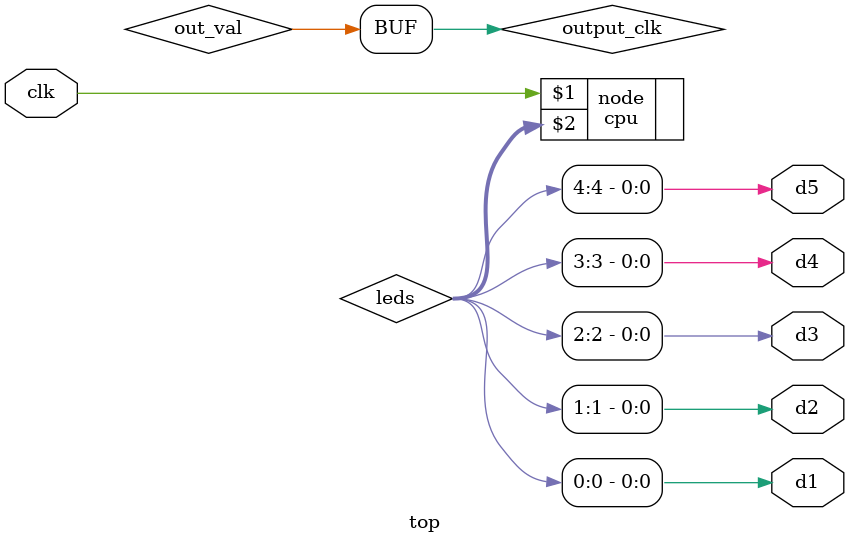
<source format=v>
`include "cpu.v"

module top(input clk, output d1, output d2, output d3, output d4,
  output d5);

  localparam clk_freq = 7;
  localparam LED_COUNT = 5;
  reg [2:0] divider = 0;
  reg out_val = 0;
  wire output_clk;
  wire [LED_COUNT-1 : 0] leds; 

  assign output_clk = out_val;
  assign {d5, d4, d3, d2, d1} = leds;

  always @(posedge clk) begin
    if (divider == clk_freq) begin
      divider <= 0;
      out_val <= !out_val;
    end else
      divider <= divider + 1;
  end

  cpu #(.LED_COUNT(LED_COUNT)) node(clk, leds);
endmodule

</source>
